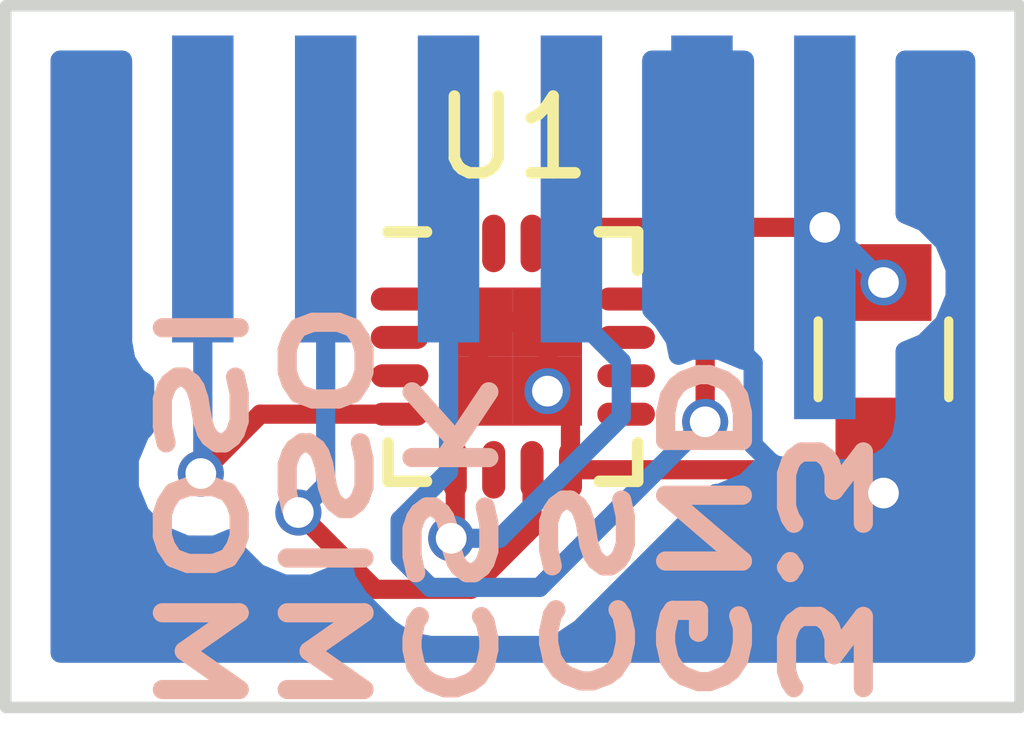
<source format=kicad_pcb>
(kicad_pcb (version 4) (host pcbnew 4.0.6)

  (general
    (links 12)
    (no_connects 0)
    (area -6.679001 -4.647001 6.679001 4.647001)
    (thickness 1.6)
    (drawings 10)
    (tracks 61)
    (zones 0)
    (modules 3)
    (nets 17)
  )

  (page A4)
  (layers
    (0 F.Cu signal)
    (31 B.Cu signal)
    (32 B.Adhes user)
    (33 F.Adhes user)
    (34 B.Paste user)
    (35 F.Paste user)
    (36 B.SilkS user)
    (37 F.SilkS user hide)
    (38 B.Mask user)
    (39 F.Mask user)
    (40 Dwgs.User user)
    (41 Cmts.User user)
    (42 Eco1.User user)
    (43 Eco2.User user)
    (44 Edge.Cuts user)
    (45 Margin user)
    (46 B.CrtYd user hide)
    (47 F.CrtYd user)
    (48 B.Fab user hide)
    (49 F.Fab user hide)
  )

  (setup
    (last_trace_width 0.25)
    (trace_clearance 0.2)
    (zone_clearance 0.508)
    (zone_45_only no)
    (trace_min 0.2)
    (segment_width 0.2)
    (edge_width 0.15)
    (via_size 0.6)
    (via_drill 0.4)
    (via_min_size 0.4)
    (via_min_drill 0.3)
    (uvia_size 0.3)
    (uvia_drill 0.1)
    (uvias_allowed no)
    (uvia_min_size 0.2)
    (uvia_min_drill 0.1)
    (pcb_text_width 0.3)
    (pcb_text_size 1.5 1.5)
    (mod_edge_width 0.15)
    (mod_text_size 1 1)
    (mod_text_width 0.15)
    (pad_size 1.524 1.524)
    (pad_drill 0.762)
    (pad_to_mask_clearance 0.2)
    (aux_axis_origin 142.1892 100.076)
    (grid_origin 142.24 100.076)
    (visible_elements 7FFFFFFF)
    (pcbplotparams
      (layerselection 0x010f0_80000001)
      (usegerberextensions false)
      (excludeedgelayer true)
      (linewidth 0.100000)
      (plotframeref false)
      (viasonmask false)
      (mode 1)
      (useauxorigin false)
      (hpglpennumber 1)
      (hpglpenspeed 20)
      (hpglpendiameter 15)
      (hpglpenoverlay 2)
      (psnegative false)
      (psa4output false)
      (plotreference false)
      (plotvalue false)
      (plotinvisibletext false)
      (padsonsilk false)
      (subtractmaskfromsilk false)
      (outputformat 1)
      (mirror false)
      (drillshape 0)
      (scaleselection 1)
      (outputdirectory Gerber))
  )

  (net 0 "")
  (net 1 Earth)
  (net 2 +3V3)
  (net 3 MOSI)
  (net 4 MISO)
  (net 5 CSK)
  (net 6 CS)
  (net 7 "Net-(U1-Pad1)")
  (net 8 "Net-(U1-Pad2)")
  (net 9 "Net-(U1-Pad3)")
  (net 10 "Net-(U1-Pad6)")
  (net 11 "Net-(U1-Pad9)")
  (net 12 "Net-(U1-Pad10)")
  (net 13 "Net-(U1-Pad11)")
  (net 14 "Net-(U1-Pad14)")
  (net 15 "Net-(U1-Pad15)")
  (net 16 "Net-(U1-Pad16)")

  (net_class Default "This is the default net class."
    (clearance 0.2)
    (trace_width 0.25)
    (via_dia 0.6)
    (via_drill 0.4)
    (uvia_dia 0.3)
    (uvia_drill 0.1)
    (add_net +3V3)
    (add_net CS)
    (add_net CSK)
    (add_net Earth)
    (add_net MISO)
    (add_net MOSI)
    (add_net "Net-(U1-Pad1)")
    (add_net "Net-(U1-Pad10)")
    (add_net "Net-(U1-Pad11)")
    (add_net "Net-(U1-Pad14)")
    (add_net "Net-(U1-Pad15)")
    (add_net "Net-(U1-Pad16)")
    (add_net "Net-(U1-Pad2)")
    (add_net "Net-(U1-Pad3)")
    (add_net "Net-(U1-Pad6)")
    (add_net "Net-(U1-Pad9)")
  )

  (module Dizzy:SPI_cable (layer B.Cu) (tedit 59CE303F) (tstamp 59CE2FD2)
    (at -4.438 -0.1844)
    (path /59CE2C77)
    (fp_text reference J1 (at 0.127 1.524) (layer B.SilkS) hide
      (effects (font (size 1 1) (thickness 0.15)) (justify mirror))
    )
    (fp_text value CONN_01X06 (at 0 0.5) (layer B.Fab) hide
      (effects (font (size 1 1) (thickness 0.15)) (justify mirror))
    )
    (pad 1 smd rect (at 0.4 -2) (size 0.8 4) (layers B.Cu B.Paste B.Mask)
      (net 3 MOSI))
    (pad 2 smd rect (at 2 -2) (size 0.8 4) (layers B.Cu B.Paste B.Mask)
      (net 4 MISO))
    (pad 3 smd rect (at 3.6 -2) (size 0.8 4) (layers B.Cu B.Paste B.Mask)
      (net 5 CSK))
    (pad 4 smd rect (at 5.2 -2) (size 0.8 4) (layers B.Cu B.Paste B.Mask)
      (net 6 CS))
    (pad 5 smd rect (at 6.9 -2) (size 0.8 4) (layers B.Cu B.Paste B.Mask)
      (net 1 Earth))
    (pad 6 smd rect (at 8.5 -1.5) (size 0.8 5) (layers B.Cu B.Paste B.Mask)
      (net 2 +3V3))
  )

  (module Capacitors_SMD:C_0805 (layer F.Cu) (tedit 59CE32B5) (tstamp 59CE2FC8)
    (at 4.826 0.0348 270)
    (descr "Capacitor SMD 0805, reflow soldering, AVX (see smccp.pdf)")
    (tags "capacitor 0805")
    (path /59CE39D3)
    (attr smd)
    (fp_text reference C1 (at 0 -1.5 270) (layer F.SilkS) hide
      (effects (font (size 1 1) (thickness 0.15)))
    )
    (fp_text value 1uF (at 0 1.75 270) (layer F.Fab) hide
      (effects (font (size 1 1) (thickness 0.15)))
    )
    (fp_text user %R (at 0 -1.5 270) (layer F.Fab) hide
      (effects (font (size 1 1) (thickness 0.15)))
    )
    (fp_line (start -1 0.62) (end -1 -0.62) (layer F.Fab) (width 0.1))
    (fp_line (start 1 0.62) (end -1 0.62) (layer F.Fab) (width 0.1))
    (fp_line (start 1 -0.62) (end 1 0.62) (layer F.Fab) (width 0.1))
    (fp_line (start -1 -0.62) (end 1 -0.62) (layer F.Fab) (width 0.1))
    (fp_line (start 0.5 -0.85) (end -0.5 -0.85) (layer F.SilkS) (width 0.12))
    (fp_line (start -0.5 0.85) (end 0.5 0.85) (layer F.SilkS) (width 0.12))
    (fp_line (start -1.75 -0.88) (end 1.75 -0.88) (layer F.CrtYd) (width 0.05))
    (fp_line (start -1.75 -0.88) (end -1.75 0.87) (layer F.CrtYd) (width 0.05))
    (fp_line (start 1.75 0.87) (end 1.75 -0.88) (layer F.CrtYd) (width 0.05))
    (fp_line (start 1.75 0.87) (end -1.75 0.87) (layer F.CrtYd) (width 0.05))
    (pad 1 smd rect (at -1 0 270) (size 1 1.25) (layers F.Cu F.Paste F.Mask)
      (net 2 +3V3))
    (pad 2 smd rect (at 1 0 270) (size 1 1.25) (layers F.Cu F.Paste F.Mask)
      (net 1 Earth))
    (model Capacitors_SMD.3dshapes/C_0805.wrl
      (at (xyz 0 0 0))
      (scale (xyz 1 1 1))
      (rotate (xyz 0 0 0))
    )
  )

  (module Housings_DFN_QFN:QFN-16-1EP_3x3mm_Pitch0.5mm (layer F.Cu) (tedit 54130A77) (tstamp 59CE3B9C)
    (at 0 0)
    (descr "16-Lead Plastic Quad Flat, No Lead Package (NG) - 3x3x0.9 mm Body [QFN]; (see Microchip Packaging Specification 00000049BS.pdf)")
    (tags "QFN 0.5")
    (path /59CE37DE)
    (attr smd)
    (fp_text reference U1 (at 0 -2.85) (layer F.SilkS)
      (effects (font (size 1 1) (thickness 0.15)))
    )
    (fp_text value MA700 (at 0 2.85) (layer F.Fab)
      (effects (font (size 1 1) (thickness 0.15)))
    )
    (fp_line (start -0.5 -1.5) (end 1.5 -1.5) (layer F.Fab) (width 0.15))
    (fp_line (start 1.5 -1.5) (end 1.5 1.5) (layer F.Fab) (width 0.15))
    (fp_line (start 1.5 1.5) (end -1.5 1.5) (layer F.Fab) (width 0.15))
    (fp_line (start -1.5 1.5) (end -1.5 -0.5) (layer F.Fab) (width 0.15))
    (fp_line (start -1.5 -0.5) (end -0.5 -1.5) (layer F.Fab) (width 0.15))
    (fp_line (start -2.1 -2.1) (end -2.1 2.1) (layer F.CrtYd) (width 0.05))
    (fp_line (start 2.1 -2.1) (end 2.1 2.1) (layer F.CrtYd) (width 0.05))
    (fp_line (start -2.1 -2.1) (end 2.1 -2.1) (layer F.CrtYd) (width 0.05))
    (fp_line (start -2.1 2.1) (end 2.1 2.1) (layer F.CrtYd) (width 0.05))
    (fp_line (start 1.625 -1.625) (end 1.625 -1.125) (layer F.SilkS) (width 0.15))
    (fp_line (start -1.625 1.625) (end -1.625 1.125) (layer F.SilkS) (width 0.15))
    (fp_line (start 1.625 1.625) (end 1.625 1.125) (layer F.SilkS) (width 0.15))
    (fp_line (start -1.625 -1.625) (end -1.125 -1.625) (layer F.SilkS) (width 0.15))
    (fp_line (start -1.625 1.625) (end -1.125 1.625) (layer F.SilkS) (width 0.15))
    (fp_line (start 1.625 1.625) (end 1.125 1.625) (layer F.SilkS) (width 0.15))
    (fp_line (start 1.625 -1.625) (end 1.125 -1.625) (layer F.SilkS) (width 0.15))
    (pad 1 smd oval (at -1.475 -0.75) (size 0.75 0.3) (layers F.Cu F.Paste F.Mask)
      (net 7 "Net-(U1-Pad1)"))
    (pad 2 smd oval (at -1.475 -0.25) (size 0.75 0.3) (layers F.Cu F.Paste F.Mask)
      (net 8 "Net-(U1-Pad2)"))
    (pad 3 smd oval (at -1.475 0.25) (size 0.75 0.3) (layers F.Cu F.Paste F.Mask)
      (net 9 "Net-(U1-Pad3)"))
    (pad 4 smd oval (at -1.475 0.75) (size 0.75 0.3) (layers F.Cu F.Paste F.Mask)
      (net 3 MOSI))
    (pad 5 smd oval (at -0.75 1.475 90) (size 0.75 0.3) (layers F.Cu F.Paste F.Mask)
      (net 6 CS))
    (pad 6 smd oval (at -0.25 1.475 90) (size 0.75 0.3) (layers F.Cu F.Paste F.Mask)
      (net 10 "Net-(U1-Pad6)"))
    (pad 7 smd oval (at 0.25 1.475 90) (size 0.75 0.3) (layers F.Cu F.Paste F.Mask)
      (net 4 MISO))
    (pad 8 smd oval (at 0.75 1.475 90) (size 0.75 0.3) (layers F.Cu F.Paste F.Mask)
      (net 1 Earth))
    (pad 9 smd oval (at 1.475 0.75) (size 0.75 0.3) (layers F.Cu F.Paste F.Mask)
      (net 11 "Net-(U1-Pad9)"))
    (pad 10 smd oval (at 1.475 0.25) (size 0.75 0.3) (layers F.Cu F.Paste F.Mask)
      (net 12 "Net-(U1-Pad10)"))
    (pad 11 smd oval (at 1.475 -0.25) (size 0.75 0.3) (layers F.Cu F.Paste F.Mask)
      (net 13 "Net-(U1-Pad11)"))
    (pad 12 smd oval (at 1.475 -0.75) (size 0.75 0.3) (layers F.Cu F.Paste F.Mask)
      (net 5 CSK))
    (pad 13 smd oval (at 0.75 -1.475 90) (size 0.75 0.3) (layers F.Cu F.Paste F.Mask)
      (net 2 +3V3))
    (pad 14 smd oval (at 0.25 -1.475 90) (size 0.75 0.3) (layers F.Cu F.Paste F.Mask)
      (net 14 "Net-(U1-Pad14)"))
    (pad 15 smd oval (at -0.25 -1.475 90) (size 0.75 0.3) (layers F.Cu F.Paste F.Mask)
      (net 15 "Net-(U1-Pad15)"))
    (pad 16 smd oval (at -0.75 -1.475 90) (size 0.75 0.3) (layers F.Cu F.Paste F.Mask)
      (net 16 "Net-(U1-Pad16)"))
    (pad 17 smd rect (at 0.45 0.45) (size 0.9 0.9) (layers F.Cu F.Paste F.Mask)
      (net 1 Earth) (solder_paste_margin_ratio -0.2))
    (pad 17 smd rect (at 0.45 -0.45) (size 0.9 0.9) (layers F.Cu F.Paste F.Mask)
      (net 1 Earth) (solder_paste_margin_ratio -0.2))
    (pad 17 smd rect (at -0.45 0.45) (size 0.9 0.9) (layers F.Cu F.Paste F.Mask)
      (net 1 Earth) (solder_paste_margin_ratio -0.2))
    (pad 17 smd rect (at -0.45 -0.45) (size 0.9 0.9) (layers F.Cu F.Paste F.Mask)
      (net 1 Earth) (solder_paste_margin_ratio -0.2))
    (model ${KISYS3DMOD}/Housings_DFN_QFN.3dshapes/QFN-16-1EP_3x3mm_Pitch0.5mm.wrl
      (at (xyz 0 0 0))
      (scale (xyz 1 1 1))
      (rotate (xyz 0 0 0))
    )
  )

  (gr_text MOSI (at -4.1148 1.9812 270) (layer B.SilkS)
    (effects (font (size 1 1.5) (thickness 0.25)) (justify mirror))
  )
  (gr_text MISO (at -2.4892 1.9812 270) (layer B.SilkS)
    (effects (font (size 1 1.5) (thickness 0.25)) (justify mirror))
  )
  (gr_text CSK (at -0.8636 2.3876 270) (layer B.SilkS)
    (effects (font (size 1 1.5) (thickness 0.25)) (justify mirror))
  )
  (gr_text CS (at 0.9144 3.048 270) (layer B.SilkS)
    (effects (font (size 1 1.5) (thickness 0.25)) (justify mirror))
  )
  (gr_text GND (at 2.4384 2.2352 270) (layer B.SilkS)
    (effects (font (size 1 1.5) (thickness 0.25)) (justify mirror))
  )
  (gr_text 3.3 (at 4.0132 2.7432 270) (layer B.SilkS)
    (effects (font (size 1 1.5) (thickness 0.25)) (justify mirror))
  )
  (gr_line (start -6.604 4.572) (end -6.604 -4.572) (layer Edge.Cuts) (width 0.15))
  (gr_line (start 6.604 4.572) (end -6.604 4.572) (layer Edge.Cuts) (width 0.15))
  (gr_line (start 6.604 -4.572) (end 6.604 4.572) (layer Edge.Cuts) (width 0.15))
  (gr_line (start -6.604 -4.572) (end 6.604 -4.572) (layer Edge.Cuts) (width 0.15))

  (segment (start 0.75 1.475) (end 4.522998 1.475) (width 0.25) (layer F.Cu) (net 1))
  (segment (start 2.462 -2.1844) (end 2.462 -0.5844) (width 0.25) (layer B.Cu) (net 1))
  (segment (start 3.756867 1.778002) (end 4.401736 1.778002) (width 0.25) (layer B.Cu) (net 1))
  (segment (start 2.462 -0.5844) (end 3.128991 0.082591) (width 0.25) (layer B.Cu) (net 1))
  (segment (start 3.128991 0.082591) (end 3.128991 1.150126) (width 0.25) (layer B.Cu) (net 1))
  (segment (start 3.128991 1.150126) (end 3.756867 1.778002) (width 0.25) (layer B.Cu) (net 1))
  (segment (start 4.401736 1.778002) (end 4.826 1.778002) (width 0.25) (layer B.Cu) (net 1))
  (segment (start 4.522998 1.475) (end 4.826 1.171998) (width 0.25) (layer F.Cu) (net 1))
  (segment (start 4.826 1.171998) (end 4.826 1.0348) (width 0.25) (layer F.Cu) (net 1))
  (segment (start 4.826 1.0348) (end 4.826 1.778002) (width 0.25) (layer F.Cu) (net 1))
  (segment (start 0.75 1.475) (end 0.75 0.75) (width 0.25) (layer F.Cu) (net 1))
  (segment (start 0.75 0.75) (end 0.45 0.45) (width 0.25) (layer F.Cu) (net 1))
  (via (at 0.45 0.45) (size 0.6) (drill 0.4) (layers F.Cu B.Cu) (net 1))
  (segment (start 4.522998 1.475) (end 4.526001 1.478003) (width 0.25) (layer F.Cu) (net 1))
  (segment (start 4.526001 1.478003) (end 4.826 1.778002) (width 0.25) (layer F.Cu) (net 1))
  (via (at 4.826 1.778002) (size 0.6) (drill 0.4) (layers F.Cu B.Cu) (net 1))
  (segment (start -0.45 -0.45) (end -0.45 0.45) (width 0.25) (layer F.Cu) (net 1))
  (segment (start -0.45 -0.45) (end 0.45 -0.45) (width 0.25) (layer F.Cu) (net 1))
  (segment (start 0.45 0.45) (end 0.45 -0.45) (width 0.25) (layer F.Cu) (net 1))
  (segment (start 4.062 -1.6844) (end 0.9594 -1.6844) (width 0.25) (layer F.Cu) (net 2))
  (segment (start 0.9594 -1.6844) (end 0.75 -1.475) (width 0.25) (layer F.Cu) (net 2))
  (via (at 4.062 -1.6844) (size 0.6) (drill 0.4) (layers F.Cu B.Cu) (net 2))
  (segment (start 4.062 -1.6844) (end 4.1068 -1.6844) (width 0.25) (layer B.Cu) (net 2))
  (via (at 4.826 -0.9652) (size 0.6) (drill 0.4) (layers F.Cu B.Cu) (net 2))
  (segment (start 4.1068 -1.6844) (end 4.826 -0.9652) (width 0.25) (layer B.Cu) (net 2))
  (segment (start -4.064 1.524) (end -3.29 0.75) (width 0.25) (layer F.Cu) (net 3))
  (segment (start -3.29 0.75) (end -1.475 0.75) (width 0.25) (layer F.Cu) (net 3))
  (segment (start -4.038 -2.1844) (end -4.038 1.498) (width 0.25) (layer B.Cu) (net 3))
  (segment (start -4.038 1.498) (end -4.064 1.524) (width 0.25) (layer B.Cu) (net 3))
  (via (at -4.064 1.524) (size 0.6) (drill 0.4) (layers F.Cu B.Cu) (net 3))
  (segment (start -0.547243 3.032598) (end -1.793402 3.032598) (width 0.25) (layer F.Cu) (net 4))
  (segment (start 0.25 2.235355) (end -0.547243 3.032598) (width 0.25) (layer F.Cu) (net 4))
  (segment (start -1.793402 3.032598) (end -2.494001 2.331999) (width 0.25) (layer F.Cu) (net 4))
  (segment (start -2.494001 2.331999) (end -2.794 2.032) (width 0.25) (layer F.Cu) (net 4))
  (segment (start 0.25 1.475) (end 0.25 2.235355) (width 0.25) (layer F.Cu) (net 4))
  (segment (start -2.438 1.676) (end -2.494001 1.732001) (width 0.25) (layer B.Cu) (net 4))
  (segment (start -2.494001 1.732001) (end -2.794 2.032) (width 0.25) (layer B.Cu) (net 4))
  (segment (start -2.438 -2.1844) (end -2.438 1.676) (width 0.25) (layer B.Cu) (net 4))
  (via (at -2.794 2.032) (size 0.6) (drill 0.4) (layers F.Cu B.Cu) (net 4))
  (segment (start 1.475 -0.75) (end 2.1 -0.75) (width 0.25) (layer F.Cu) (net 5))
  (segment (start 2.203991 1.149989) (end 2.50399 0.84999) (width 0.25) (layer B.Cu) (net 5))
  (segment (start 0.34633 3.00765) (end 2.203991 1.149989) (width 0.25) (layer B.Cu) (net 5))
  (segment (start 2.1 -0.75) (end 2.50399 -0.34601) (width 0.25) (layer F.Cu) (net 5))
  (segment (start 2.50399 -0.34601) (end 2.50399 0.425726) (width 0.25) (layer F.Cu) (net 5))
  (segment (start -1.468399 2.613465) (end -1.074214 3.00765) (width 0.25) (layer B.Cu) (net 5))
  (segment (start -1.468399 2.129134) (end -1.468399 2.613465) (width 0.25) (layer B.Cu) (net 5))
  (segment (start -0.838 1.498735) (end -1.468399 2.129134) (width 0.25) (layer B.Cu) (net 5))
  (segment (start -0.838 -2.1844) (end -0.838 1.498735) (width 0.25) (layer B.Cu) (net 5))
  (segment (start -1.074214 3.00765) (end 0.34633 3.00765) (width 0.25) (layer B.Cu) (net 5))
  (segment (start 2.50399 0.425726) (end 2.50399 0.84999) (width 0.25) (layer F.Cu) (net 5))
  (via (at 2.50399 0.84999) (size 0.6) (drill 0.4) (layers F.Cu B.Cu) (net 5))
  (segment (start -0.838 -2.1844) (end -0.838 -2.9212) (width 0.25) (layer B.Cu) (net 5))
  (segment (start -0.75 1.475) (end -0.75 2.31432) (width 0.25) (layer F.Cu) (net 6))
  (segment (start -0.75 2.31432) (end -0.803306 2.367626) (width 0.25) (layer F.Cu) (net 6))
  (segment (start 1.412 0.782043) (end -0.173583 2.367626) (width 0.25) (layer B.Cu) (net 6))
  (via (at -0.803306 2.367626) (size 0.6) (drill 0.4) (layers F.Cu B.Cu) (net 6))
  (segment (start 0.762 -2.1844) (end 0.762 -0.5844) (width 0.25) (layer B.Cu) (net 6))
  (segment (start 0.762 -0.5844) (end 1.412 0.0656) (width 0.25) (layer B.Cu) (net 6))
  (segment (start -0.173583 2.367626) (end -0.379042 2.367626) (width 0.25) (layer B.Cu) (net 6))
  (segment (start -0.379042 2.367626) (end -0.803306 2.367626) (width 0.25) (layer B.Cu) (net 6))
  (segment (start 1.412 0.0656) (end 1.412 0.782043) (width 0.25) (layer B.Cu) (net 6))

  (zone (net 1) (net_name Earth) (layer B.Cu) (tstamp 0) (hatch edge 0.508)
    (connect_pads yes (clearance 0.508))
    (min_thickness 0.254)
    (fill yes (arc_segments 16) (thermal_gap 0.508) (thermal_bridge_width 0.508))
    (polygon
      (pts
        (xy -6.604 -4.572) (xy 6.604 -4.572) (xy 6.604 4.572) (xy -6.604 4.572)
      )
    )
    (filled_polygon
      (pts
        (xy -5.08544 -0.1844) (xy -5.041162 0.050917) (xy -4.90209 0.267041) (xy -4.798 0.338163) (xy -4.798 0.935582)
        (xy -4.856192 0.993673) (xy -4.998838 1.337201) (xy -4.999162 1.709167) (xy -4.857117 2.052943) (xy -4.594327 2.316192)
        (xy -4.250799 2.458838) (xy -3.878833 2.459162) (xy -3.66558 2.371048) (xy -3.587117 2.560943) (xy -3.324327 2.824192)
        (xy -2.980799 2.966838) (xy -2.608833 2.967162) (xy -2.265057 2.825117) (xy -2.199346 2.759521) (xy -2.170547 2.904304)
        (xy -2.0058 3.150866) (xy -1.611615 3.545051) (xy -1.365053 3.709798) (xy -1.074214 3.76765) (xy 0.34633 3.76765)
        (xy 0.637169 3.709798) (xy 0.883731 3.545051) (xy 2.64367 1.785112) (xy 2.689157 1.785152) (xy 3.032933 1.643107)
        (xy 3.296182 1.380317) (xy 3.311103 1.344383) (xy 3.41011 1.412031) (xy 3.662 1.46304) (xy 4.462 1.46304)
        (xy 4.697317 1.418762) (xy 4.913441 1.27969) (xy 5.058431 1.06749) (xy 5.10944 0.8156) (xy 5.10944 -0.070643)
        (xy 5.354943 -0.172083) (xy 5.618192 -0.434873) (xy 5.760838 -0.778401) (xy 5.761162 -1.150367) (xy 5.619117 -1.494143)
        (xy 5.356327 -1.757392) (xy 5.10944 -1.859909) (xy 5.10944 -3.862) (xy 5.894 -3.862) (xy 5.894 3.862)
        (xy -5.894 3.862) (xy -5.894 -3.862) (xy -5.08544 -3.862)
      )
    )
    (filled_polygon
      (pts
        (xy 3.01456 0.049594) (xy 2.690789 -0.084848) (xy 2.318823 -0.085172) (xy 2.155438 -0.017663) (xy 2.114148 -0.225239)
        (xy 1.949401 -0.471801) (xy 1.80944 -0.611762) (xy 1.80944 -3.862) (xy 3.01456 -3.862)
      )
    )
  )
  (zone (net 1) (net_name Earth) (layer B.Cu) (tstamp 0) (hatch edge 0.508)
    (connect_pads (clearance 0.508))
    (min_thickness 0.254)
    (fill yes (arc_segments 16) (thermal_gap 0.508) (thermal_bridge_width 0.508))
    (polygon
      (pts
        (xy -6.604 -4.572) (xy 6.604 -4.572) (xy 6.604 4.572) (xy -6.604 4.572)
      )
    )
    (filled_polygon
      (pts
        (xy -5.08544 -0.1844) (xy -5.041162 0.050917) (xy -4.90209 0.267041) (xy -4.798 0.338163) (xy -4.798 0.935582)
        (xy -4.856192 0.993673) (xy -4.998838 1.337201) (xy -4.999162 1.709167) (xy -4.857117 2.052943) (xy -4.594327 2.316192)
        (xy -4.250799 2.458838) (xy -3.878833 2.459162) (xy -3.66558 2.371048) (xy -3.587117 2.560943) (xy -3.324327 2.824192)
        (xy -2.980799 2.966838) (xy -2.608833 2.967162) (xy -2.265057 2.825117) (xy -2.199346 2.759521) (xy -2.170547 2.904304)
        (xy -2.0058 3.150866) (xy -1.611615 3.545051) (xy -1.365053 3.709798) (xy -1.074214 3.76765) (xy 0.34633 3.76765)
        (xy 0.637169 3.709798) (xy 0.883731 3.545051) (xy 2.64367 1.785112) (xy 2.689157 1.785152) (xy 3.032933 1.643107)
        (xy 3.296182 1.380317) (xy 3.311103 1.344383) (xy 3.41011 1.412031) (xy 3.662 1.46304) (xy 4.462 1.46304)
        (xy 4.697317 1.418762) (xy 4.913441 1.27969) (xy 5.058431 1.06749) (xy 5.10944 0.8156) (xy 5.10944 -0.070643)
        (xy 5.354943 -0.172083) (xy 5.618192 -0.434873) (xy 5.760838 -0.778401) (xy 5.761162 -1.150367) (xy 5.619117 -1.494143)
        (xy 5.356327 -1.757392) (xy 5.10944 -1.859909) (xy 5.10944 -3.862) (xy 5.894 -3.862) (xy 5.894 3.862)
        (xy -5.894 3.862) (xy -5.894 -3.862) (xy -5.08544 -3.862)
      )
    )
    (filled_polygon
      (pts
        (xy 2.589 -2.3114) (xy 2.609 -2.3114) (xy 2.609 -2.0574) (xy 2.589 -2.0574) (xy 2.589 -2.0374)
        (xy 2.335 -2.0374) (xy 2.335 -2.0574) (xy 2.315 -2.0574) (xy 2.315 -2.3114) (xy 2.335 -2.3114)
        (xy 2.335 -2.3314) (xy 2.589 -2.3314)
      )
    )
  )
)

</source>
